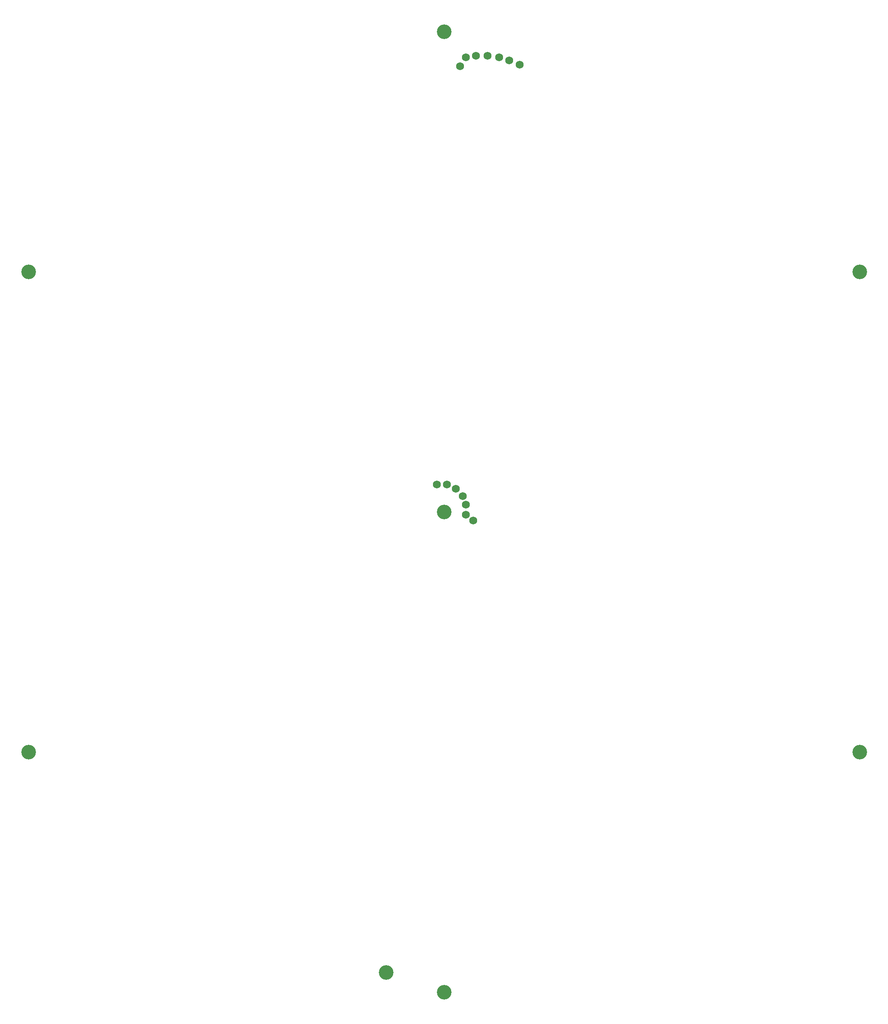
<source format=gbr>
G04 DipTrace 2.3.0.1*
%IN58744_REV1_TopMask.gbr*%
%MOIN*%
%ADD26C,0.126*%
%ADD28C,0.068*%
%FSLAX44Y44*%
G04*
G70*
G90*
G75*
G01*
%LNTopMask*%
%LPD*%
D28*
X49119Y86372D3*
X48619Y85622D3*
X49994Y86497D3*
X50994D3*
X51994Y86372D3*
X53744Y85747D3*
X52869Y86122D3*
X46619Y49622D3*
X47494D3*
X48244Y49247D3*
X48869Y48622D3*
X49119Y47872D3*
Y46997D3*
X49744Y46497D3*
D26*
X47244Y88587D3*
X11444Y67917D3*
X83044D3*
Y26577D3*
X11444D3*
X47244Y5907D3*
Y47247D3*
X42244Y7622D3*
M02*

</source>
